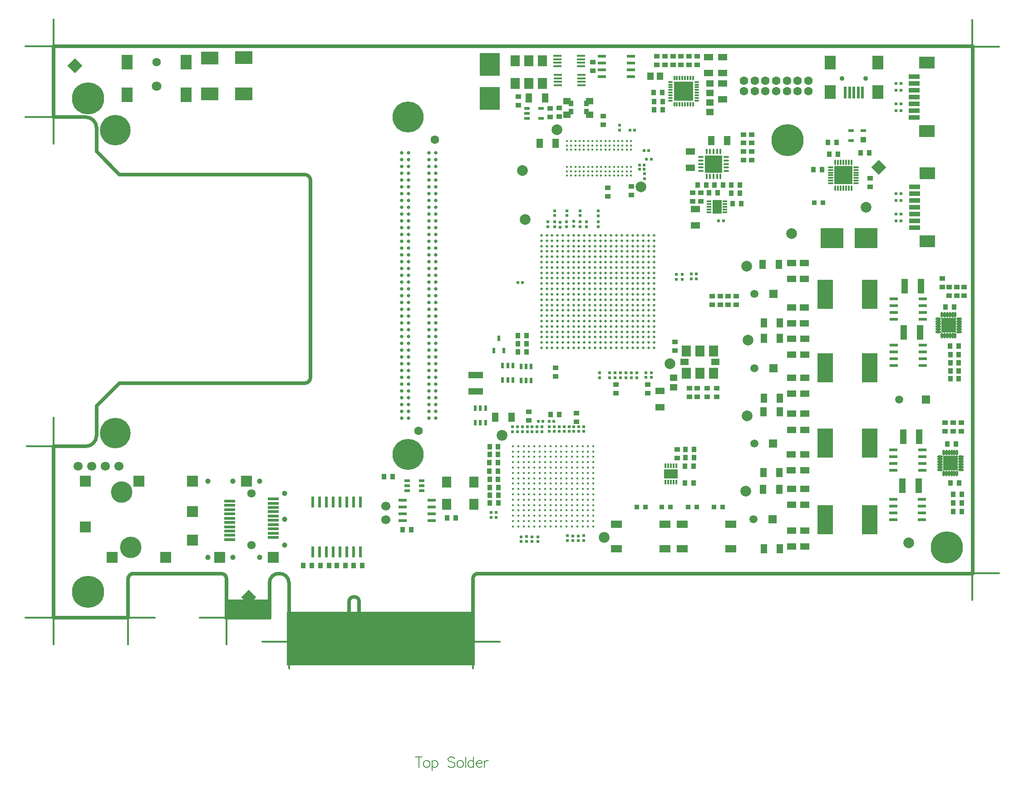
<source format=gts>
G04*
G04 #@! TF.GenerationSoftware,Altium Limited,Altium Designer,21.6.4 (81)*
G04*
G04 Layer_Color=8388736*
%FSLAX24Y24*%
%MOIN*%
G70*
G04*
G04 #@! TF.SameCoordinates,234E1FED-3D11-4DA7-9908-FD86555A94E8*
G04*
G04*
G04 #@! TF.FilePolarity,Negative*
G04*
G01*
G75*
%ADD10C,0.0070*%
%ADD11R,0.3430X0.1500*%
%ADD12R,1.3810X0.3937*%
%ADD13C,0.0250*%
%ADD14C,0.0120*%
%ADD15C,0.0787*%
%ADD16C,0.0197*%
%ADD17R,0.0394X0.0354*%
%ADD18R,0.0354X0.0394*%
%ADD19R,0.0394X0.0374*%
%ADD20R,0.0374X0.0394*%
%ADD21R,0.0571X0.0453*%
%ADD22R,0.0236X0.0394*%
%ADD23R,0.0236X0.0413*%
%ADD24R,0.0413X0.0236*%
%ADD25R,0.0244X0.0244*%
%ADD26R,0.0709X0.0453*%
%ADD27R,0.0453X0.0709*%
%ADD28R,0.0244X0.0244*%
%ADD29R,0.0236X0.0236*%
%ADD30R,0.0236X0.0236*%
%ADD31R,0.0591X0.0177*%
%ADD32R,0.0984X0.0689*%
%ADD33R,0.0118X0.0335*%
%ADD34P,0.1114X4X360.0*%
%ADD35R,0.0610X0.0236*%
%ADD36R,0.1059X0.1059*%
%ADD37O,0.0173X0.0409*%
%ADD38O,0.0409X0.0173*%
%ADD39R,0.1142X0.2126*%
%ADD40R,0.0453X0.0571*%
%ADD41R,0.0453X0.1063*%
%ADD42R,0.0354X0.0374*%
%ADD43R,0.0827X0.0551*%
%ADD44R,0.1063X0.0453*%
%ADD45R,0.0787X0.0354*%
%ADD46R,0.1260X0.0965*%
%ADD47R,0.1671X0.1500*%
%ADD48C,0.0795*%
%ADD49C,0.0177*%
%ADD50C,0.0157*%
%ADD51R,0.1500X0.1671*%
%ADD52R,0.0787X0.1063*%
%ADD53R,0.0709X0.0787*%
%ADD54R,0.0354X0.0433*%
%ADD55R,0.0608X0.0512*%
%ADD56R,0.0669X0.0846*%
%ADD57R,0.0531X0.0492*%
%ADD58R,0.0276X0.1575*%
%ADD59R,0.0276X0.1260*%
%ADD60O,0.0118X0.0413*%
%ADD61O,0.0413X0.0118*%
%ADD62R,0.1319X0.1319*%
%ADD63O,0.0354X0.0118*%
%ADD64O,0.0118X0.0354*%
%ADD65R,0.1398X0.1398*%
%ADD66R,0.1280X0.1280*%
%ADD67O,0.0138X0.0413*%
%ADD68O,0.0413X0.0138*%
%ADD69C,0.0252*%
%ADD70R,0.0236X0.0807*%
%ADD71R,0.0335X0.0118*%
%ADD72R,0.0689X0.0984*%
%ADD73R,0.0394X0.0236*%
%ADD74R,0.0394X0.0394*%
%ADD75R,0.0433X0.0236*%
%ADD76R,0.0787X0.0197*%
%ADD77R,0.0787X0.0984*%
%ADD78R,0.0197X0.0906*%
%ADD79C,0.1575*%
%ADD80C,0.2362*%
%ADD81C,0.0591*%
%ADD82R,0.0591X0.0591*%
%ADD83C,0.0787*%
%ADD84C,0.2244*%
%ADD85C,0.2283*%
%ADD86R,0.1181X0.0866*%
%ADD87C,0.0669*%
%ADD88C,0.0709*%
%ADD89C,0.0630*%
%ADD90C,0.0614*%
%ADD91C,0.0354*%
%ADD92C,0.0394*%
%ADD93R,0.0787X0.0787*%
D10*
X57250Y24750D02*
Y24000D01*
X57000Y24750D02*
X57500D01*
X57768Y24500D02*
X57696Y24464D01*
X57625Y24393D01*
X57589Y24285D01*
Y24214D01*
X57625Y24107D01*
X57696Y24035D01*
X57768Y24000D01*
X57875D01*
X57946Y24035D01*
X58018Y24107D01*
X58053Y24214D01*
Y24285D01*
X58018Y24393D01*
X57946Y24464D01*
X57875Y24500D01*
X57768D01*
X58218D02*
Y23750D01*
Y24393D02*
X58289Y24464D01*
X58360Y24500D01*
X58467D01*
X58539Y24464D01*
X58610Y24393D01*
X58646Y24285D01*
Y24214D01*
X58610Y24107D01*
X58539Y24035D01*
X58467Y24000D01*
X58360D01*
X58289Y24035D01*
X58218Y24107D01*
X59896Y24643D02*
X59824Y24714D01*
X59717Y24750D01*
X59574D01*
X59467Y24714D01*
X59396Y24643D01*
Y24571D01*
X59432Y24500D01*
X59467Y24464D01*
X59539Y24428D01*
X59753Y24357D01*
X59824Y24321D01*
X59860Y24285D01*
X59896Y24214D01*
Y24107D01*
X59824Y24035D01*
X59717Y24000D01*
X59574D01*
X59467Y24035D01*
X59396Y24107D01*
X60242Y24500D02*
X60171Y24464D01*
X60099Y24393D01*
X60064Y24285D01*
Y24214D01*
X60099Y24107D01*
X60171Y24035D01*
X60242Y24000D01*
X60349D01*
X60421Y24035D01*
X60492Y24107D01*
X60528Y24214D01*
Y24285D01*
X60492Y24393D01*
X60421Y24464D01*
X60349Y24500D01*
X60242D01*
X60692Y24750D02*
Y24000D01*
X61278Y24750D02*
Y24000D01*
Y24393D02*
X61206Y24464D01*
X61135Y24500D01*
X61028D01*
X60956Y24464D01*
X60885Y24393D01*
X60849Y24285D01*
Y24214D01*
X60885Y24107D01*
X60956Y24035D01*
X61028Y24000D01*
X61135D01*
X61206Y24035D01*
X61278Y24107D01*
X61478Y24285D02*
X61906D01*
Y24357D01*
X61870Y24428D01*
X61835Y24464D01*
X61763Y24500D01*
X61656D01*
X61585Y24464D01*
X61513Y24393D01*
X61478Y24285D01*
Y24214D01*
X61513Y24107D01*
X61585Y24035D01*
X61656Y24000D01*
X61763D01*
X61835Y24035D01*
X61906Y24107D01*
X62067Y24500D02*
Y24000D01*
Y24285D02*
X62102Y24393D01*
X62174Y24464D01*
X62245Y24500D01*
X62352D01*
X57250Y24750D02*
Y24000D01*
X57000Y24750D02*
X57500D01*
X57768Y24500D02*
X57696Y24464D01*
X57625Y24393D01*
X57589Y24286D01*
Y24214D01*
X57625Y24107D01*
X57696Y24036D01*
X57768Y24000D01*
X57875D01*
X57946Y24036D01*
X58018Y24107D01*
X58053Y24214D01*
Y24286D01*
X58018Y24393D01*
X57946Y24464D01*
X57875Y24500D01*
X57768D01*
X58218D02*
Y23750D01*
Y24393D02*
X58289Y24464D01*
X58360Y24500D01*
X58468D01*
X58539Y24464D01*
X58610Y24393D01*
X58646Y24286D01*
Y24214D01*
X58610Y24107D01*
X58539Y24036D01*
X58468Y24000D01*
X58360D01*
X58289Y24036D01*
X58218Y24107D01*
X59896Y24643D02*
X59824Y24714D01*
X59717Y24750D01*
X59574D01*
X59467Y24714D01*
X59396Y24643D01*
Y24571D01*
X59432Y24500D01*
X59467Y24464D01*
X59539Y24428D01*
X59753Y24357D01*
X59824Y24321D01*
X59860Y24286D01*
X59896Y24214D01*
Y24107D01*
X59824Y24036D01*
X59717Y24000D01*
X59574D01*
X59467Y24036D01*
X59396Y24107D01*
X60242Y24500D02*
X60171Y24464D01*
X60099Y24393D01*
X60064Y24286D01*
Y24214D01*
X60099Y24107D01*
X60171Y24036D01*
X60242Y24000D01*
X60349D01*
X60421Y24036D01*
X60492Y24107D01*
X60528Y24214D01*
Y24286D01*
X60492Y24393D01*
X60421Y24464D01*
X60349Y24500D01*
X60242D01*
X60692Y24750D02*
Y24000D01*
X61278Y24750D02*
Y24000D01*
Y24393D02*
X61206Y24464D01*
X61135Y24500D01*
X61028D01*
X60956Y24464D01*
X60885Y24393D01*
X60849Y24286D01*
Y24214D01*
X60885Y24107D01*
X60956Y24036D01*
X61028Y24000D01*
X61135D01*
X61206Y24036D01*
X61278Y24107D01*
X61478Y24286D02*
X61906D01*
Y24357D01*
X61870Y24428D01*
X61835Y24464D01*
X61763Y24500D01*
X61656D01*
X61585Y24464D01*
X61513Y24393D01*
X61478Y24286D01*
Y24214D01*
X61513Y24107D01*
X61585Y24036D01*
X61656Y24000D01*
X61763D01*
X61835Y24036D01*
X61906Y24107D01*
X62067Y24500D02*
Y24000D01*
Y24286D02*
X62102Y24393D01*
X62174Y24464D01*
X62245Y24500D01*
X62352D01*
D11*
X44708Y35608D02*
D03*
D12*
X54478Y33465D02*
D03*
D13*
X61614Y38248D02*
G03*
X61220Y37854I0J-394D01*
G01*
X43130D02*
G03*
X42736Y38248I-394J0D01*
G01*
X36299D02*
G03*
X35905Y37854I0J-394D01*
G01*
X48898Y52244D02*
G03*
X49291Y52638I0J394D01*
G01*
Y67165D02*
G03*
X48898Y67559I-394J0D01*
G01*
X32795Y47598D02*
G03*
X33583Y48386I0J787D01*
G01*
Y71004D02*
G03*
X32795Y71791I-787J0D01*
G01*
X47716Y37529D02*
G03*
X46279Y37529I-719J0D01*
G01*
X52874Y36161D02*
G03*
X52126Y36161I-374J0D01*
G01*
X33583Y48386D02*
Y50551D01*
X35276Y52244D01*
X48898D01*
X35276Y67559D02*
X48898D01*
X61614Y38248D02*
X97904D01*
X61220Y33425D02*
Y37854D01*
X43130Y35000D02*
Y37854D01*
X36299Y38248D02*
X42736D01*
X35905Y35000D02*
Y37854D01*
X49291Y52638D02*
Y67165D01*
X33583Y69252D02*
X35276Y67559D01*
X33583Y69252D02*
Y71004D01*
X30433Y71791D02*
Y76988D01*
X97913D01*
X30433Y35000D02*
Y47598D01*
X32795D01*
X30433Y71791D02*
X32795D01*
X52126Y33425D02*
Y36161D01*
X43130Y35000D02*
X46279D01*
Y37529D01*
X47716Y33425D02*
Y37529D01*
Y33425D02*
X47913Y33228D01*
X51929D01*
X52126Y33425D01*
X52874D02*
Y36161D01*
Y33425D02*
X53071Y33228D01*
X53071Y33228D02*
X61024D01*
X61220Y33425D01*
X97913Y38248D02*
Y76988D01*
X30433Y35000D02*
X35905D01*
D14*
X46929Y52244D02*
X48898D01*
X49291Y52638D02*
Y54606D01*
Y65197D02*
Y67165D01*
X46811Y67559D02*
X48898D01*
X30433Y69823D02*
Y71791D01*
X28346D02*
X30433D01*
X28465Y47598D02*
X30433D01*
Y49685D01*
X35905Y35000D02*
X37874D01*
X35905Y33031D02*
Y35000D01*
X97884Y36284D02*
Y38253D01*
X61220Y33229D02*
X63189D01*
X61220Y31260D02*
Y33229D01*
X47716Y31260D02*
Y33228D01*
X28346Y76988D02*
X30433D01*
Y78956D01*
X97898Y76954D02*
Y78923D01*
Y76954D02*
X99866D01*
X43130Y33031D02*
Y35000D01*
X41161D02*
X43130D01*
X45748Y33228D02*
X47716D01*
X97884Y38253D02*
X99852D01*
X28346Y35000D02*
X30433D01*
Y33031D02*
Y35000D01*
D15*
X65071Y64280D02*
D03*
X75701Y53650D02*
D03*
X73569Y66653D02*
D03*
X67388Y70866D02*
D03*
D16*
X66252Y54831D02*
D03*
Y55224D02*
D03*
Y55618D02*
D03*
Y56012D02*
D03*
Y56406D02*
D03*
Y56799D02*
D03*
Y57193D02*
D03*
Y57587D02*
D03*
Y57980D02*
D03*
Y58374D02*
D03*
Y58768D02*
D03*
Y59162D02*
D03*
Y59555D02*
D03*
Y59949D02*
D03*
Y60343D02*
D03*
Y60736D02*
D03*
Y61130D02*
D03*
Y61524D02*
D03*
Y61917D02*
D03*
Y62311D02*
D03*
Y62705D02*
D03*
Y63099D02*
D03*
X66646Y54831D02*
D03*
Y55224D02*
D03*
Y55618D02*
D03*
Y56012D02*
D03*
Y56406D02*
D03*
Y56799D02*
D03*
Y57193D02*
D03*
Y57587D02*
D03*
Y57980D02*
D03*
Y58374D02*
D03*
Y58768D02*
D03*
Y59162D02*
D03*
Y59555D02*
D03*
Y59949D02*
D03*
Y60343D02*
D03*
Y60736D02*
D03*
Y61130D02*
D03*
Y61524D02*
D03*
Y61917D02*
D03*
Y62311D02*
D03*
Y62705D02*
D03*
Y63099D02*
D03*
X67039Y54831D02*
D03*
Y55224D02*
D03*
Y55618D02*
D03*
Y56012D02*
D03*
Y56406D02*
D03*
Y56799D02*
D03*
Y57193D02*
D03*
Y57587D02*
D03*
Y57980D02*
D03*
Y58374D02*
D03*
Y58768D02*
D03*
Y59162D02*
D03*
Y59555D02*
D03*
Y59949D02*
D03*
Y60343D02*
D03*
Y60736D02*
D03*
Y61130D02*
D03*
Y61524D02*
D03*
Y61917D02*
D03*
Y62311D02*
D03*
Y62705D02*
D03*
Y63099D02*
D03*
X67433Y54831D02*
D03*
Y55224D02*
D03*
Y55618D02*
D03*
Y56012D02*
D03*
Y56406D02*
D03*
Y56799D02*
D03*
Y57193D02*
D03*
Y57587D02*
D03*
Y57980D02*
D03*
Y58374D02*
D03*
Y58768D02*
D03*
Y59162D02*
D03*
Y59555D02*
D03*
Y59949D02*
D03*
Y60343D02*
D03*
Y60736D02*
D03*
Y61130D02*
D03*
Y61524D02*
D03*
Y61917D02*
D03*
Y62311D02*
D03*
Y62705D02*
D03*
Y63099D02*
D03*
X67827Y54831D02*
D03*
Y55224D02*
D03*
Y55618D02*
D03*
Y56012D02*
D03*
Y56406D02*
D03*
Y56799D02*
D03*
Y57193D02*
D03*
Y57587D02*
D03*
Y57980D02*
D03*
Y58374D02*
D03*
Y58768D02*
D03*
Y59162D02*
D03*
Y59555D02*
D03*
Y59949D02*
D03*
Y60343D02*
D03*
Y60736D02*
D03*
Y61130D02*
D03*
Y61524D02*
D03*
Y61917D02*
D03*
Y62311D02*
D03*
Y62705D02*
D03*
Y63099D02*
D03*
X68220Y54831D02*
D03*
Y55224D02*
D03*
Y55618D02*
D03*
Y56012D02*
D03*
Y56406D02*
D03*
Y56799D02*
D03*
Y57193D02*
D03*
Y57587D02*
D03*
Y57980D02*
D03*
Y58374D02*
D03*
Y58768D02*
D03*
Y59162D02*
D03*
Y59555D02*
D03*
Y59949D02*
D03*
Y60343D02*
D03*
Y60736D02*
D03*
Y61130D02*
D03*
Y61524D02*
D03*
Y61917D02*
D03*
Y62311D02*
D03*
Y62705D02*
D03*
Y63099D02*
D03*
X68614Y54831D02*
D03*
Y55224D02*
D03*
Y55618D02*
D03*
Y56012D02*
D03*
Y56406D02*
D03*
Y56799D02*
D03*
Y57193D02*
D03*
Y57587D02*
D03*
Y57980D02*
D03*
Y58374D02*
D03*
Y58768D02*
D03*
Y59162D02*
D03*
Y59555D02*
D03*
Y59949D02*
D03*
Y60343D02*
D03*
Y60736D02*
D03*
Y61130D02*
D03*
Y61524D02*
D03*
Y61917D02*
D03*
Y62311D02*
D03*
Y62705D02*
D03*
Y63099D02*
D03*
X69008Y54831D02*
D03*
Y55224D02*
D03*
Y55618D02*
D03*
Y56012D02*
D03*
Y56406D02*
D03*
Y56799D02*
D03*
Y57193D02*
D03*
Y57587D02*
D03*
Y57980D02*
D03*
Y58374D02*
D03*
Y58768D02*
D03*
Y59162D02*
D03*
Y59555D02*
D03*
Y59949D02*
D03*
Y60343D02*
D03*
Y60736D02*
D03*
Y61130D02*
D03*
Y61524D02*
D03*
Y61917D02*
D03*
Y62311D02*
D03*
Y62705D02*
D03*
Y63099D02*
D03*
X69401Y54831D02*
D03*
Y55224D02*
D03*
Y55618D02*
D03*
Y56012D02*
D03*
Y56406D02*
D03*
Y56799D02*
D03*
Y57193D02*
D03*
Y57587D02*
D03*
Y57980D02*
D03*
Y58374D02*
D03*
Y58768D02*
D03*
Y59162D02*
D03*
Y59555D02*
D03*
Y59949D02*
D03*
Y60343D02*
D03*
Y60736D02*
D03*
Y61130D02*
D03*
Y61524D02*
D03*
Y61917D02*
D03*
Y62311D02*
D03*
Y62705D02*
D03*
Y63099D02*
D03*
X69795Y54831D02*
D03*
Y55224D02*
D03*
Y55618D02*
D03*
Y56012D02*
D03*
Y56406D02*
D03*
Y56799D02*
D03*
Y57193D02*
D03*
Y57587D02*
D03*
Y57980D02*
D03*
Y58374D02*
D03*
Y58768D02*
D03*
Y59162D02*
D03*
Y59555D02*
D03*
Y59949D02*
D03*
Y60343D02*
D03*
Y60736D02*
D03*
Y61130D02*
D03*
Y61524D02*
D03*
Y61917D02*
D03*
Y62311D02*
D03*
Y62705D02*
D03*
Y63099D02*
D03*
X70189Y54831D02*
D03*
Y55224D02*
D03*
Y55618D02*
D03*
Y56012D02*
D03*
Y56406D02*
D03*
Y56799D02*
D03*
Y57193D02*
D03*
Y57587D02*
D03*
Y57980D02*
D03*
Y58374D02*
D03*
Y58768D02*
D03*
Y59162D02*
D03*
Y59555D02*
D03*
Y59949D02*
D03*
Y60343D02*
D03*
Y60736D02*
D03*
Y61130D02*
D03*
Y61524D02*
D03*
Y61917D02*
D03*
Y62311D02*
D03*
Y62705D02*
D03*
Y63099D02*
D03*
X70583Y54831D02*
D03*
Y55224D02*
D03*
Y55618D02*
D03*
Y56012D02*
D03*
Y56406D02*
D03*
Y56799D02*
D03*
Y57193D02*
D03*
Y57587D02*
D03*
Y57980D02*
D03*
Y58374D02*
D03*
Y58768D02*
D03*
Y59162D02*
D03*
Y59555D02*
D03*
Y59949D02*
D03*
Y60343D02*
D03*
Y60736D02*
D03*
Y61130D02*
D03*
Y61524D02*
D03*
Y61917D02*
D03*
Y62311D02*
D03*
Y62705D02*
D03*
Y63099D02*
D03*
X70976Y54831D02*
D03*
Y55224D02*
D03*
Y55618D02*
D03*
Y56012D02*
D03*
Y56406D02*
D03*
Y56799D02*
D03*
Y57193D02*
D03*
Y57587D02*
D03*
Y57980D02*
D03*
Y58374D02*
D03*
Y58768D02*
D03*
Y59162D02*
D03*
Y59555D02*
D03*
Y59949D02*
D03*
Y60343D02*
D03*
Y60736D02*
D03*
Y61130D02*
D03*
Y61524D02*
D03*
Y61917D02*
D03*
Y62311D02*
D03*
Y62705D02*
D03*
Y63099D02*
D03*
X71370Y54831D02*
D03*
Y55224D02*
D03*
Y55618D02*
D03*
Y56012D02*
D03*
Y56406D02*
D03*
Y56799D02*
D03*
Y57193D02*
D03*
Y57587D02*
D03*
Y57980D02*
D03*
Y58374D02*
D03*
Y58768D02*
D03*
Y59162D02*
D03*
Y59555D02*
D03*
Y59949D02*
D03*
Y60343D02*
D03*
Y60736D02*
D03*
Y61130D02*
D03*
Y61524D02*
D03*
Y61917D02*
D03*
Y62311D02*
D03*
Y62705D02*
D03*
Y63099D02*
D03*
X71764Y54831D02*
D03*
Y55224D02*
D03*
Y55618D02*
D03*
Y56012D02*
D03*
Y56406D02*
D03*
Y56799D02*
D03*
Y57193D02*
D03*
Y57587D02*
D03*
Y57980D02*
D03*
Y58374D02*
D03*
Y58768D02*
D03*
Y59162D02*
D03*
Y59555D02*
D03*
Y59949D02*
D03*
Y60343D02*
D03*
Y60736D02*
D03*
Y61130D02*
D03*
Y61524D02*
D03*
Y61917D02*
D03*
Y62311D02*
D03*
Y62705D02*
D03*
Y63099D02*
D03*
X72157Y54831D02*
D03*
Y55224D02*
D03*
Y55618D02*
D03*
Y56012D02*
D03*
Y56406D02*
D03*
Y56799D02*
D03*
Y57193D02*
D03*
Y57587D02*
D03*
Y57980D02*
D03*
Y58374D02*
D03*
Y58768D02*
D03*
Y59162D02*
D03*
Y59555D02*
D03*
Y59949D02*
D03*
Y60343D02*
D03*
Y60736D02*
D03*
Y61130D02*
D03*
Y61524D02*
D03*
Y61917D02*
D03*
Y62311D02*
D03*
Y62705D02*
D03*
Y63099D02*
D03*
X72551Y54831D02*
D03*
Y55224D02*
D03*
Y55618D02*
D03*
Y56012D02*
D03*
Y56406D02*
D03*
Y56799D02*
D03*
Y57193D02*
D03*
Y57587D02*
D03*
Y57980D02*
D03*
Y58374D02*
D03*
Y58768D02*
D03*
Y59162D02*
D03*
Y59555D02*
D03*
Y59949D02*
D03*
Y60343D02*
D03*
Y60736D02*
D03*
Y61130D02*
D03*
Y61524D02*
D03*
Y61917D02*
D03*
Y62311D02*
D03*
Y62705D02*
D03*
Y63099D02*
D03*
X72945Y54831D02*
D03*
Y55224D02*
D03*
Y55618D02*
D03*
Y56012D02*
D03*
Y56406D02*
D03*
Y56799D02*
D03*
Y57193D02*
D03*
Y57587D02*
D03*
Y57980D02*
D03*
Y58374D02*
D03*
Y58768D02*
D03*
Y59162D02*
D03*
Y59555D02*
D03*
Y59949D02*
D03*
Y60343D02*
D03*
Y60736D02*
D03*
Y61130D02*
D03*
Y61524D02*
D03*
Y61917D02*
D03*
Y62311D02*
D03*
Y62705D02*
D03*
Y63099D02*
D03*
X73338Y54831D02*
D03*
Y55224D02*
D03*
Y55618D02*
D03*
Y56012D02*
D03*
Y56406D02*
D03*
Y56799D02*
D03*
Y57193D02*
D03*
Y57587D02*
D03*
Y57980D02*
D03*
Y58374D02*
D03*
Y58768D02*
D03*
Y59162D02*
D03*
Y59555D02*
D03*
Y59949D02*
D03*
Y60343D02*
D03*
Y60736D02*
D03*
Y61130D02*
D03*
Y61524D02*
D03*
Y61917D02*
D03*
Y62311D02*
D03*
Y62705D02*
D03*
Y63099D02*
D03*
X73732Y54831D02*
D03*
Y55224D02*
D03*
Y55618D02*
D03*
Y56012D02*
D03*
Y56406D02*
D03*
Y56799D02*
D03*
Y57193D02*
D03*
Y57587D02*
D03*
Y57980D02*
D03*
Y58374D02*
D03*
Y58768D02*
D03*
Y59162D02*
D03*
Y59555D02*
D03*
Y59949D02*
D03*
Y60343D02*
D03*
Y60736D02*
D03*
Y61130D02*
D03*
Y61524D02*
D03*
Y61917D02*
D03*
Y62311D02*
D03*
Y62705D02*
D03*
Y63099D02*
D03*
X74126Y54831D02*
D03*
Y55224D02*
D03*
Y55618D02*
D03*
Y56012D02*
D03*
Y56406D02*
D03*
Y56799D02*
D03*
Y57193D02*
D03*
Y57587D02*
D03*
Y57980D02*
D03*
Y58374D02*
D03*
Y58768D02*
D03*
Y59162D02*
D03*
Y59555D02*
D03*
Y59949D02*
D03*
Y60343D02*
D03*
Y60736D02*
D03*
Y61130D02*
D03*
Y61524D02*
D03*
Y61917D02*
D03*
Y62311D02*
D03*
Y62705D02*
D03*
Y63099D02*
D03*
X74520Y54831D02*
D03*
Y55224D02*
D03*
Y55618D02*
D03*
Y56012D02*
D03*
Y56406D02*
D03*
Y56799D02*
D03*
Y57193D02*
D03*
Y57587D02*
D03*
Y57980D02*
D03*
Y58374D02*
D03*
Y58768D02*
D03*
Y59162D02*
D03*
Y59555D02*
D03*
Y59949D02*
D03*
Y60343D02*
D03*
Y60736D02*
D03*
Y61130D02*
D03*
Y61524D02*
D03*
Y61917D02*
D03*
Y62311D02*
D03*
Y62705D02*
D03*
Y63099D02*
D03*
D17*
X97303Y58671D02*
D03*
Y59301D02*
D03*
X96496Y49321D02*
D03*
Y48691D02*
D03*
X96211Y59301D02*
D03*
Y58671D02*
D03*
X81683Y68622D02*
D03*
Y69252D02*
D03*
X90403Y67300D02*
D03*
Y66670D02*
D03*
X67293Y53373D02*
D03*
Y52743D02*
D03*
X81683Y70513D02*
D03*
Y69883D02*
D03*
X71113Y66593D02*
D03*
Y65963D02*
D03*
X80563Y58013D02*
D03*
Y58643D02*
D03*
X97110Y49321D02*
D03*
Y48691D02*
D03*
X74732Y75641D02*
D03*
Y76271D02*
D03*
X78793Y58013D02*
D03*
Y58643D02*
D03*
X79383Y58013D02*
D03*
Y58643D02*
D03*
X79973Y58013D02*
D03*
Y58643D02*
D03*
X77963Y66233D02*
D03*
Y65603D02*
D03*
X77363Y66233D02*
D03*
Y65603D02*
D03*
X70803Y71873D02*
D03*
Y71243D02*
D03*
X72849Y66070D02*
D03*
Y66700D02*
D03*
X95896Y48691D02*
D03*
Y49321D02*
D03*
X76223Y46733D02*
D03*
Y47363D02*
D03*
X81083Y70513D02*
D03*
Y69883D02*
D03*
X81083Y69253D02*
D03*
Y68623D02*
D03*
X96762Y59301D02*
D03*
Y58671D02*
D03*
X95699Y59301D02*
D03*
Y59931D02*
D03*
X76504Y75641D02*
D03*
Y76271D02*
D03*
X75913Y75641D02*
D03*
Y76271D02*
D03*
X75323Y75641D02*
D03*
Y76271D02*
D03*
X77685Y75641D02*
D03*
Y76271D02*
D03*
X77094Y75641D02*
D03*
Y76271D02*
D03*
X78413Y51873D02*
D03*
Y51243D02*
D03*
X77143D02*
D03*
Y51873D02*
D03*
X79134Y51243D02*
D03*
Y51873D02*
D03*
D18*
X96486Y43435D02*
D03*
X97116D02*
D03*
X96280Y52549D02*
D03*
X96909D02*
D03*
Y53130D02*
D03*
X96280D02*
D03*
X64538Y55138D02*
D03*
X65168D02*
D03*
X90338Y69158D02*
D03*
X89708D02*
D03*
X86868Y67918D02*
D03*
X86238D02*
D03*
X65168Y54548D02*
D03*
X64538D02*
D03*
X63088Y43418D02*
D03*
X62458D02*
D03*
X51242Y38832D02*
D03*
X51872D02*
D03*
X63098Y43998D02*
D03*
X62468D02*
D03*
X67545Y49940D02*
D03*
X66915D02*
D03*
X53092Y38822D02*
D03*
X52462D02*
D03*
X97116Y44075D02*
D03*
X96486D02*
D03*
X64538Y55718D02*
D03*
X65168D02*
D03*
X62448Y45178D02*
D03*
X63078D02*
D03*
X97126Y42785D02*
D03*
X96496D02*
D03*
X79608Y66798D02*
D03*
X78978D02*
D03*
X80938Y65448D02*
D03*
X80308D02*
D03*
X62438Y46408D02*
D03*
X63068D02*
D03*
X62448Y46988D02*
D03*
X63078D02*
D03*
X62448Y47578D02*
D03*
X63078D02*
D03*
X76798Y46138D02*
D03*
X77428D02*
D03*
X96909Y53730D02*
D03*
X96280D02*
D03*
X62458Y44578D02*
D03*
X63088D02*
D03*
X62438Y45778D02*
D03*
X63068D02*
D03*
X96280Y54321D02*
D03*
X96909D02*
D03*
X75155Y72934D02*
D03*
X74525D02*
D03*
X75158Y72338D02*
D03*
X74528D02*
D03*
X55318Y45378D02*
D03*
X54688D02*
D03*
D19*
X67550Y72450D02*
D03*
Y71820D02*
D03*
X66903Y71813D02*
D03*
Y72443D02*
D03*
X76053Y54623D02*
D03*
Y55253D02*
D03*
X64563Y73303D02*
D03*
Y72673D02*
D03*
X71717Y51513D02*
D03*
Y52143D02*
D03*
X74068Y52126D02*
D03*
Y51497D02*
D03*
X68814Y50037D02*
D03*
Y49407D02*
D03*
X65330Y49515D02*
D03*
Y50145D02*
D03*
X70013Y75833D02*
D03*
Y75203D02*
D03*
X77703Y51233D02*
D03*
Y51863D02*
D03*
D20*
X76808Y44908D02*
D03*
X77438D02*
D03*
X77458Y47368D02*
D03*
X76828D02*
D03*
X87283Y69928D02*
D03*
X87913D02*
D03*
X50662Y38832D02*
D03*
X50032D02*
D03*
X48772Y38822D02*
D03*
X49402D02*
D03*
X59318Y42338D02*
D03*
X59948D02*
D03*
X96295Y44885D02*
D03*
X96925D02*
D03*
X74505Y73604D02*
D03*
X75135D02*
D03*
X77448Y46758D02*
D03*
X76818D02*
D03*
X79208Y66218D02*
D03*
X78578D02*
D03*
X56708Y41458D02*
D03*
X56078D02*
D03*
X78368Y66798D02*
D03*
X77738D02*
D03*
X80198D02*
D03*
X80828D02*
D03*
X87408Y69068D02*
D03*
X88038D02*
D03*
X80188Y66208D02*
D03*
X80818D02*
D03*
X96695Y47765D02*
D03*
X96065D02*
D03*
X96550Y57822D02*
D03*
X95920D02*
D03*
X96905Y54960D02*
D03*
X96275D02*
D03*
D21*
X75963Y51924D02*
D03*
Y52632D02*
D03*
X78633Y72872D02*
D03*
Y72164D02*
D03*
Y73554D02*
D03*
Y74262D02*
D03*
D22*
X62759Y54625D02*
D03*
X63507D02*
D03*
X63133Y55531D02*
D03*
D23*
X64749Y53479D02*
D03*
X65123D02*
D03*
X65497D02*
D03*
Y52417D02*
D03*
X65123D02*
D03*
X64749D02*
D03*
X64157Y52467D02*
D03*
X63783D02*
D03*
X63409D02*
D03*
Y53530D02*
D03*
X63783D02*
D03*
X64157D02*
D03*
X62147Y49346D02*
D03*
X61773D02*
D03*
X61399D02*
D03*
Y50409D02*
D03*
X61773D02*
D03*
X62147D02*
D03*
D24*
X56411Y44334D02*
D03*
Y44708D02*
D03*
Y45082D02*
D03*
X57474D02*
D03*
Y44708D02*
D03*
Y44334D02*
D03*
D25*
X64870Y59638D02*
D03*
X64516D02*
D03*
X92660Y72278D02*
D03*
X92306D02*
D03*
X92660Y72778D02*
D03*
X92306D02*
D03*
X92660Y73768D02*
D03*
X92306D02*
D03*
X92660Y74278D02*
D03*
X92306D02*
D03*
X79620Y64158D02*
D03*
X79266D02*
D03*
X74136Y69339D02*
D03*
X73781D02*
D03*
X73102Y70835D02*
D03*
X72748D02*
D03*
X62918Y42370D02*
D03*
X62564D02*
D03*
X62918Y42744D02*
D03*
X62564D02*
D03*
X92306Y64178D02*
D03*
X92660D02*
D03*
X92306Y66178D02*
D03*
X92660D02*
D03*
X92306Y64678D02*
D03*
X92660D02*
D03*
X92306Y65668D02*
D03*
X92660D02*
D03*
D26*
X84643Y51457D02*
D03*
Y52639D02*
D03*
X85583Y45827D02*
D03*
Y47009D02*
D03*
X84623Y44469D02*
D03*
Y43287D02*
D03*
X85593Y44469D02*
D03*
Y43287D02*
D03*
X84633Y40217D02*
D03*
Y41399D02*
D03*
X84603Y45827D02*
D03*
Y47009D02*
D03*
X74970Y51651D02*
D03*
Y50469D02*
D03*
X77553Y63837D02*
D03*
Y65019D02*
D03*
X84643Y55509D02*
D03*
Y54327D02*
D03*
X85593Y40227D02*
D03*
Y41409D02*
D03*
X78513Y76209D02*
D03*
Y75027D02*
D03*
X79553Y73087D02*
D03*
Y74269D02*
D03*
X85583Y48807D02*
D03*
Y49989D02*
D03*
Y51457D02*
D03*
Y52639D02*
D03*
X84643Y49989D02*
D03*
Y48807D02*
D03*
X85583Y54327D02*
D03*
Y55509D02*
D03*
X79553Y76209D02*
D03*
Y75027D02*
D03*
X85563Y61069D02*
D03*
Y59887D02*
D03*
X84633Y56617D02*
D03*
Y57799D02*
D03*
Y61069D02*
D03*
Y59887D02*
D03*
X85573Y56617D02*
D03*
Y57799D02*
D03*
X77183Y69259D02*
D03*
Y68077D02*
D03*
D27*
X82592Y51148D02*
D03*
X83774D02*
D03*
X82582Y55528D02*
D03*
X83764D02*
D03*
X66514Y73188D02*
D03*
X65332D02*
D03*
X82572Y50128D02*
D03*
X83754D02*
D03*
X62869Y49722D02*
D03*
X64050D02*
D03*
X66114Y69870D02*
D03*
X67295D02*
D03*
X82542Y44438D02*
D03*
X83724D02*
D03*
X83764Y56668D02*
D03*
X82582D02*
D03*
X82592Y40058D02*
D03*
X83774D02*
D03*
X82552Y45658D02*
D03*
X83734D02*
D03*
X82502Y60958D02*
D03*
X83684D02*
D03*
X79894Y70068D02*
D03*
X78712D02*
D03*
D28*
X76163Y60235D02*
D03*
Y59881D02*
D03*
X77253Y59901D02*
D03*
Y60255D02*
D03*
X77643Y59901D02*
D03*
Y60255D02*
D03*
X68142Y64910D02*
D03*
Y64555D02*
D03*
X70425Y64890D02*
D03*
Y64536D02*
D03*
X73831Y67282D02*
D03*
Y67636D02*
D03*
X69086Y64910D02*
D03*
Y64555D02*
D03*
X68960Y41014D02*
D03*
Y40660D02*
D03*
X69353Y41025D02*
D03*
Y40671D02*
D03*
X68563Y41015D02*
D03*
Y40661D02*
D03*
X68160Y41017D02*
D03*
Y40663D02*
D03*
X65570Y40947D02*
D03*
Y40593D02*
D03*
X65980Y40947D02*
D03*
Y40593D02*
D03*
X65160Y40957D02*
D03*
Y40603D02*
D03*
X64760Y40947D02*
D03*
Y40593D02*
D03*
X67236Y64910D02*
D03*
Y64555D02*
D03*
X71990Y71199D02*
D03*
Y70845D02*
D03*
X76593Y60225D02*
D03*
Y59871D02*
D03*
D29*
X64140Y49029D02*
D03*
Y48675D02*
D03*
X64857D02*
D03*
Y49029D02*
D03*
X65932Y48675D02*
D03*
Y49029D02*
D03*
X66290Y48675D02*
D03*
Y49029D02*
D03*
X67201Y48683D02*
D03*
Y49037D02*
D03*
X67561Y48683D02*
D03*
Y49037D02*
D03*
X68283Y48683D02*
D03*
Y49037D02*
D03*
X69004Y48683D02*
D03*
Y49037D02*
D03*
X64498Y48675D02*
D03*
Y49029D02*
D03*
X65215Y48675D02*
D03*
Y49029D02*
D03*
X65573Y48675D02*
D03*
Y49029D02*
D03*
X73922Y53005D02*
D03*
Y52651D02*
D03*
X67922Y48683D02*
D03*
Y49037D02*
D03*
X68643Y48683D02*
D03*
Y49037D02*
D03*
X69365Y48683D02*
D03*
Y49037D02*
D03*
X66840Y48683D02*
D03*
Y49037D02*
D03*
X72865Y52988D02*
D03*
Y52633D02*
D03*
X72465Y52988D02*
D03*
Y52633D02*
D03*
X73264Y52988D02*
D03*
Y52633D02*
D03*
X72065Y52988D02*
D03*
Y52633D02*
D03*
X70543Y52985D02*
D03*
Y52631D02*
D03*
X71666Y52988D02*
D03*
Y52633D02*
D03*
X71266Y52985D02*
D03*
Y52631D02*
D03*
X74322Y53005D02*
D03*
Y52651D02*
D03*
X67630Y63709D02*
D03*
Y64063D02*
D03*
X68614Y63768D02*
D03*
Y64122D02*
D03*
X67236Y63748D02*
D03*
Y64102D02*
D03*
X70425Y63748D02*
D03*
Y64102D02*
D03*
X69086Y63748D02*
D03*
Y64102D02*
D03*
X68102Y63748D02*
D03*
Y64102D02*
D03*
X66724Y63748D02*
D03*
Y64102D02*
D03*
X69559Y63748D02*
D03*
Y64102D02*
D03*
D30*
X66813Y49420D02*
D03*
X67167D02*
D03*
X66377D02*
D03*
X66023D02*
D03*
X73457Y67951D02*
D03*
X73811D02*
D03*
X73966Y68708D02*
D03*
X74320D02*
D03*
X73447Y68276D02*
D03*
X73801D02*
D03*
D31*
X67427Y76296D02*
D03*
Y76040D02*
D03*
Y75784D02*
D03*
Y75528D02*
D03*
X69159D02*
D03*
Y75784D02*
D03*
Y76040D02*
D03*
Y76296D02*
D03*
X67457Y74896D02*
D03*
Y74640D02*
D03*
Y74384D02*
D03*
Y74128D02*
D03*
X69189D02*
D03*
Y74384D02*
D03*
Y74640D02*
D03*
Y74896D02*
D03*
D32*
X75767Y45570D02*
D03*
D33*
X76161Y44979D02*
D03*
X75964D02*
D03*
X75767D02*
D03*
X75570D02*
D03*
X75373D02*
D03*
Y46160D02*
D03*
X75570D02*
D03*
X75767D02*
D03*
X75964D02*
D03*
X76161D02*
D03*
D34*
X32003Y75558D02*
D03*
X44750Y36500D02*
D03*
X91033Y68088D02*
D03*
D35*
X72836Y74778D02*
D03*
Y75278D02*
D03*
Y75778D02*
D03*
Y76278D02*
D03*
X70710Y74778D02*
D03*
Y75278D02*
D03*
Y75778D02*
D03*
Y76278D02*
D03*
X94206Y42208D02*
D03*
Y42708D02*
D03*
Y43208D02*
D03*
Y43708D02*
D03*
X92080Y42208D02*
D03*
Y42708D02*
D03*
Y43208D02*
D03*
Y43708D02*
D03*
X94216Y45818D02*
D03*
Y46318D02*
D03*
Y46818D02*
D03*
Y47318D02*
D03*
X92090Y45818D02*
D03*
Y46318D02*
D03*
Y46818D02*
D03*
Y47318D02*
D03*
X94262Y53528D02*
D03*
Y54028D02*
D03*
Y54528D02*
D03*
Y55028D02*
D03*
X92136Y53528D02*
D03*
Y54028D02*
D03*
Y54528D02*
D03*
Y55028D02*
D03*
X94262Y56916D02*
D03*
Y57416D02*
D03*
Y57916D02*
D03*
Y58416D02*
D03*
X92136Y56916D02*
D03*
Y57416D02*
D03*
Y57916D02*
D03*
Y58416D02*
D03*
X58196Y42118D02*
D03*
Y42618D02*
D03*
Y43118D02*
D03*
Y43618D02*
D03*
X56070Y42118D02*
D03*
Y42618D02*
D03*
Y43118D02*
D03*
Y43618D02*
D03*
D36*
X96152Y56485D02*
D03*
X96283Y46353D02*
D03*
D37*
X96644Y55717D02*
D03*
X96447D02*
D03*
X96250D02*
D03*
X96053D02*
D03*
X95856D02*
D03*
X95660D02*
D03*
Y57253D02*
D03*
X95856D02*
D03*
X96053D02*
D03*
X96250D02*
D03*
X96447D02*
D03*
X96644D02*
D03*
X96775Y47121D02*
D03*
X96578D02*
D03*
X96381D02*
D03*
X96185D02*
D03*
X95988D02*
D03*
X95791D02*
D03*
Y45586D02*
D03*
X95988D02*
D03*
X96185D02*
D03*
X96381D02*
D03*
X96578D02*
D03*
X96775D02*
D03*
D38*
X95384Y55993D02*
D03*
Y56190D02*
D03*
Y56387D02*
D03*
Y56584D02*
D03*
Y56780D02*
D03*
Y56977D02*
D03*
X96919D02*
D03*
Y56780D02*
D03*
Y56584D02*
D03*
Y56387D02*
D03*
Y56190D02*
D03*
Y55993D02*
D03*
X97051Y45861D02*
D03*
Y46058D02*
D03*
Y46255D02*
D03*
Y46452D02*
D03*
Y46649D02*
D03*
Y46845D02*
D03*
X95515D02*
D03*
Y46649D02*
D03*
Y46452D02*
D03*
Y46255D02*
D03*
Y46058D02*
D03*
Y45861D02*
D03*
D39*
X90364Y42214D02*
D03*
X87097D02*
D03*
Y47824D02*
D03*
X90364D02*
D03*
X87097Y58749D02*
D03*
X90364D02*
D03*
X90357Y53368D02*
D03*
X87089D02*
D03*
D40*
X74957Y74808D02*
D03*
X74249D02*
D03*
D41*
X92772Y44688D02*
D03*
X93954D02*
D03*
X92812Y48288D02*
D03*
X93994D02*
D03*
X92872Y55958D02*
D03*
X94054D02*
D03*
X94114Y59378D02*
D03*
X92932D02*
D03*
D42*
X77658Y43118D02*
D03*
X77028D02*
D03*
X75728D02*
D03*
X75098D02*
D03*
X73908D02*
D03*
X73278D02*
D03*
X86285Y65500D02*
D03*
X86915D02*
D03*
X79558Y43128D02*
D03*
X78928D02*
D03*
D43*
X76592Y40082D02*
D03*
X80174D02*
D03*
X76592Y41854D02*
D03*
X80174D02*
D03*
X71752Y40082D02*
D03*
X75334D02*
D03*
X71752Y41854D02*
D03*
X75334D02*
D03*
D44*
X61443Y51647D02*
D03*
Y52829D02*
D03*
D45*
X93634Y74780D02*
D03*
Y71780D02*
D03*
Y72780D02*
D03*
Y73780D02*
D03*
Y72280D02*
D03*
Y73280D02*
D03*
Y74280D02*
D03*
X93654Y66670D02*
D03*
Y63670D02*
D03*
Y64670D02*
D03*
Y65670D02*
D03*
Y64170D02*
D03*
Y65170D02*
D03*
Y66170D02*
D03*
D46*
X41900Y73502D02*
D03*
Y76139D02*
D03*
X44400Y76150D02*
D03*
Y73512D02*
D03*
D47*
X90105Y62900D02*
D03*
X87595D02*
D03*
D48*
X70855Y40915D02*
D03*
X63375Y48395D02*
D03*
D49*
X70068Y47608D02*
D03*
Y47214D02*
D03*
Y46821D02*
D03*
Y46427D02*
D03*
Y46033D02*
D03*
Y45639D02*
D03*
Y45246D02*
D03*
Y44852D02*
D03*
Y44458D02*
D03*
Y44065D02*
D03*
Y43671D02*
D03*
Y43277D02*
D03*
Y42884D02*
D03*
Y42490D02*
D03*
Y42096D02*
D03*
Y41702D02*
D03*
X69674Y47608D02*
D03*
Y47214D02*
D03*
Y46821D02*
D03*
Y46427D02*
D03*
Y46033D02*
D03*
Y45639D02*
D03*
Y45246D02*
D03*
Y44852D02*
D03*
Y44458D02*
D03*
Y44065D02*
D03*
Y43671D02*
D03*
Y43277D02*
D03*
Y42884D02*
D03*
Y42490D02*
D03*
Y42096D02*
D03*
Y41702D02*
D03*
X69280Y47608D02*
D03*
Y47214D02*
D03*
Y46821D02*
D03*
Y46427D02*
D03*
Y46033D02*
D03*
Y45639D02*
D03*
Y45246D02*
D03*
Y44852D02*
D03*
Y44458D02*
D03*
Y44065D02*
D03*
Y43671D02*
D03*
Y43277D02*
D03*
Y42884D02*
D03*
Y42490D02*
D03*
Y42096D02*
D03*
Y41702D02*
D03*
X68887Y47608D02*
D03*
Y47214D02*
D03*
Y46821D02*
D03*
Y46427D02*
D03*
Y46033D02*
D03*
Y45639D02*
D03*
Y45246D02*
D03*
Y44852D02*
D03*
Y44458D02*
D03*
Y44065D02*
D03*
Y43671D02*
D03*
Y43277D02*
D03*
Y42884D02*
D03*
Y42490D02*
D03*
Y42096D02*
D03*
Y41702D02*
D03*
X68493Y47608D02*
D03*
Y47214D02*
D03*
Y46821D02*
D03*
Y46427D02*
D03*
Y46033D02*
D03*
Y45639D02*
D03*
Y45246D02*
D03*
Y44852D02*
D03*
Y44458D02*
D03*
Y44065D02*
D03*
Y43671D02*
D03*
Y43277D02*
D03*
Y42884D02*
D03*
Y42490D02*
D03*
Y42096D02*
D03*
Y41702D02*
D03*
X68099Y47608D02*
D03*
Y47214D02*
D03*
Y46821D02*
D03*
Y46427D02*
D03*
Y46033D02*
D03*
Y45639D02*
D03*
Y45246D02*
D03*
Y44852D02*
D03*
Y44458D02*
D03*
Y44065D02*
D03*
Y43671D02*
D03*
Y43277D02*
D03*
Y42884D02*
D03*
Y42490D02*
D03*
Y42096D02*
D03*
Y41702D02*
D03*
X67705Y47608D02*
D03*
Y47214D02*
D03*
Y46821D02*
D03*
Y46427D02*
D03*
Y46033D02*
D03*
Y45639D02*
D03*
Y45246D02*
D03*
Y44852D02*
D03*
Y44458D02*
D03*
Y44065D02*
D03*
Y43671D02*
D03*
Y43277D02*
D03*
Y42884D02*
D03*
Y42490D02*
D03*
Y42096D02*
D03*
Y41702D02*
D03*
X67312Y47608D02*
D03*
Y47214D02*
D03*
Y46821D02*
D03*
Y46427D02*
D03*
Y46033D02*
D03*
Y45639D02*
D03*
Y45246D02*
D03*
Y44852D02*
D03*
Y44458D02*
D03*
Y44065D02*
D03*
Y43671D02*
D03*
Y43277D02*
D03*
Y42884D02*
D03*
Y42490D02*
D03*
Y42096D02*
D03*
Y41702D02*
D03*
X66918Y47608D02*
D03*
Y47214D02*
D03*
Y46821D02*
D03*
Y46427D02*
D03*
Y46033D02*
D03*
Y45639D02*
D03*
Y45246D02*
D03*
Y44852D02*
D03*
Y44458D02*
D03*
Y44065D02*
D03*
Y43671D02*
D03*
Y43277D02*
D03*
Y42884D02*
D03*
Y42490D02*
D03*
Y42096D02*
D03*
Y41702D02*
D03*
X66524Y47608D02*
D03*
Y47214D02*
D03*
Y46821D02*
D03*
Y46427D02*
D03*
Y46033D02*
D03*
Y45639D02*
D03*
Y45246D02*
D03*
Y44852D02*
D03*
Y44458D02*
D03*
Y44065D02*
D03*
Y43671D02*
D03*
Y43277D02*
D03*
Y42884D02*
D03*
Y42490D02*
D03*
Y42096D02*
D03*
Y41702D02*
D03*
X66131Y47608D02*
D03*
Y47214D02*
D03*
Y46821D02*
D03*
Y46427D02*
D03*
Y46033D02*
D03*
Y45639D02*
D03*
Y45246D02*
D03*
Y44852D02*
D03*
Y44458D02*
D03*
Y44065D02*
D03*
Y43671D02*
D03*
Y43277D02*
D03*
Y42884D02*
D03*
Y42490D02*
D03*
Y42096D02*
D03*
Y41702D02*
D03*
X65737Y47608D02*
D03*
Y47214D02*
D03*
Y46821D02*
D03*
Y46427D02*
D03*
Y46033D02*
D03*
Y45639D02*
D03*
Y45246D02*
D03*
Y44852D02*
D03*
Y44458D02*
D03*
Y44065D02*
D03*
Y43671D02*
D03*
Y43277D02*
D03*
Y42884D02*
D03*
Y42490D02*
D03*
Y42096D02*
D03*
Y41702D02*
D03*
X65343Y47608D02*
D03*
Y47214D02*
D03*
Y46821D02*
D03*
Y46427D02*
D03*
Y46033D02*
D03*
Y45639D02*
D03*
Y45246D02*
D03*
Y44852D02*
D03*
Y44458D02*
D03*
Y44065D02*
D03*
Y43671D02*
D03*
Y43277D02*
D03*
Y42884D02*
D03*
Y42490D02*
D03*
Y42096D02*
D03*
Y41702D02*
D03*
X64950Y47608D02*
D03*
Y47214D02*
D03*
Y46821D02*
D03*
Y46427D02*
D03*
Y46033D02*
D03*
Y45639D02*
D03*
Y45246D02*
D03*
Y44852D02*
D03*
Y44458D02*
D03*
Y44065D02*
D03*
Y43671D02*
D03*
Y43277D02*
D03*
Y42884D02*
D03*
Y42490D02*
D03*
Y42096D02*
D03*
Y41702D02*
D03*
X64556Y47608D02*
D03*
Y47214D02*
D03*
Y46821D02*
D03*
Y46427D02*
D03*
Y46033D02*
D03*
Y45639D02*
D03*
Y45246D02*
D03*
Y44852D02*
D03*
Y44458D02*
D03*
Y44065D02*
D03*
Y43671D02*
D03*
Y43277D02*
D03*
Y42884D02*
D03*
Y42490D02*
D03*
Y42096D02*
D03*
Y41702D02*
D03*
X64162Y47608D02*
D03*
Y47214D02*
D03*
Y46821D02*
D03*
Y46427D02*
D03*
Y46033D02*
D03*
Y45639D02*
D03*
Y45246D02*
D03*
Y44852D02*
D03*
Y44458D02*
D03*
Y44065D02*
D03*
Y43671D02*
D03*
Y43277D02*
D03*
Y42884D02*
D03*
Y42490D02*
D03*
Y42096D02*
D03*
Y41702D02*
D03*
D50*
X72841Y70019D02*
D03*
Y69704D02*
D03*
Y69390D02*
D03*
Y68130D02*
D03*
Y67815D02*
D03*
Y67500D02*
D03*
X72526Y70019D02*
D03*
Y69704D02*
D03*
Y69390D02*
D03*
Y68130D02*
D03*
Y67815D02*
D03*
Y67500D02*
D03*
X72211Y70019D02*
D03*
Y69704D02*
D03*
Y69390D02*
D03*
Y68130D02*
D03*
Y67815D02*
D03*
Y67500D02*
D03*
X71896Y70019D02*
D03*
Y69704D02*
D03*
Y69390D02*
D03*
Y68130D02*
D03*
Y67815D02*
D03*
Y67500D02*
D03*
X71581Y70019D02*
D03*
Y69704D02*
D03*
Y69390D02*
D03*
Y68130D02*
D03*
Y67815D02*
D03*
Y67500D02*
D03*
X71266Y70019D02*
D03*
Y69704D02*
D03*
Y69390D02*
D03*
Y68130D02*
D03*
Y67815D02*
D03*
Y67500D02*
D03*
X70951Y70019D02*
D03*
Y69704D02*
D03*
Y69390D02*
D03*
Y68130D02*
D03*
Y67815D02*
D03*
Y67500D02*
D03*
X70636Y70019D02*
D03*
Y69704D02*
D03*
Y69390D02*
D03*
Y68130D02*
D03*
Y67815D02*
D03*
Y67500D02*
D03*
X70321Y70019D02*
D03*
Y69704D02*
D03*
Y69390D02*
D03*
Y68130D02*
D03*
Y67815D02*
D03*
Y67500D02*
D03*
X70006Y70019D02*
D03*
Y69704D02*
D03*
Y69390D02*
D03*
Y68130D02*
D03*
Y67815D02*
D03*
Y67500D02*
D03*
X69691Y70019D02*
D03*
Y69704D02*
D03*
Y69390D02*
D03*
Y68130D02*
D03*
Y67815D02*
D03*
Y67500D02*
D03*
X69376Y70019D02*
D03*
Y69704D02*
D03*
Y69390D02*
D03*
Y68130D02*
D03*
Y67815D02*
D03*
Y67500D02*
D03*
X69061Y70019D02*
D03*
Y69704D02*
D03*
Y69390D02*
D03*
Y68130D02*
D03*
Y67815D02*
D03*
Y67500D02*
D03*
X68747Y70019D02*
D03*
Y69704D02*
D03*
Y69390D02*
D03*
Y68130D02*
D03*
Y67815D02*
D03*
Y67500D02*
D03*
X68432Y70019D02*
D03*
Y69704D02*
D03*
Y69390D02*
D03*
Y68130D02*
D03*
Y67815D02*
D03*
Y67500D02*
D03*
X68117Y70019D02*
D03*
Y69704D02*
D03*
Y69390D02*
D03*
Y68130D02*
D03*
Y67815D02*
D03*
Y67500D02*
D03*
D51*
X62450Y75660D02*
D03*
Y73150D02*
D03*
D52*
X40167Y75846D02*
D03*
Y73445D02*
D03*
X35837Y75846D02*
D03*
X35837Y73445D02*
D03*
D53*
X66325Y75922D02*
D03*
X65325D02*
D03*
X64325D02*
D03*
Y74268D02*
D03*
X65325D02*
D03*
X66325D02*
D03*
X59306Y43324D02*
D03*
X61306D02*
D03*
Y44978D02*
D03*
X59306D02*
D03*
D54*
X68437Y72795D02*
D03*
X69563D02*
D03*
Y72205D02*
D03*
X68437D02*
D03*
D55*
X76770Y53788D02*
D03*
X79016D02*
D03*
D56*
X76893Y54615D02*
D03*
X77893D02*
D03*
X78893Y52961D02*
D03*
Y54615D02*
D03*
X77893Y52961D02*
D03*
X76893D02*
D03*
D57*
X68117Y71956D02*
D03*
X69809D02*
D03*
Y72980D02*
D03*
X68117D02*
D03*
D58*
X60984Y34646D02*
D03*
X60197Y34646D02*
D03*
X59803Y34646D02*
D03*
X59409Y34646D02*
D03*
X59016Y34646D02*
D03*
X58622Y34646D02*
D03*
X58228Y34646D02*
D03*
X57835Y34646D02*
D03*
X57441Y34646D02*
D03*
X57047Y34646D02*
D03*
X56654Y34646D02*
D03*
X56260Y34646D02*
D03*
X55866Y34646D02*
D03*
X47953Y34646D02*
D03*
X48346D02*
D03*
X48740D02*
D03*
X49134D02*
D03*
X49528D02*
D03*
X49921D02*
D03*
X50315D02*
D03*
X50709D02*
D03*
X51102D02*
D03*
X51496D02*
D03*
X51890D02*
D03*
X53110D02*
D03*
X53504D02*
D03*
X53898D02*
D03*
X54291D02*
D03*
X54685D02*
D03*
X55472D02*
D03*
D59*
X60591Y34804D02*
D03*
X55079Y34803D02*
D03*
D60*
X89024Y68463D02*
D03*
X88827D02*
D03*
X88630D02*
D03*
X88433D02*
D03*
X88236D02*
D03*
X88039D02*
D03*
X87842D02*
D03*
Y66573D02*
D03*
X88039D02*
D03*
X88236D02*
D03*
X88433D02*
D03*
X88630D02*
D03*
X88827D02*
D03*
X89024D02*
D03*
D61*
X87488Y68109D02*
D03*
Y67912D02*
D03*
Y67715D02*
D03*
Y67518D02*
D03*
Y67321D02*
D03*
Y67124D02*
D03*
Y66927D02*
D03*
X89378D02*
D03*
Y67124D02*
D03*
Y67321D02*
D03*
Y67518D02*
D03*
Y67715D02*
D03*
Y67912D02*
D03*
Y68109D02*
D03*
D62*
X88433Y67518D02*
D03*
D63*
X77668Y72999D02*
D03*
Y73196D02*
D03*
Y73393D02*
D03*
Y73590D02*
D03*
Y73786D02*
D03*
Y73983D02*
D03*
Y74180D02*
D03*
Y74377D02*
D03*
X75738D02*
D03*
Y74180D02*
D03*
Y73983D02*
D03*
Y73786D02*
D03*
Y73590D02*
D03*
Y73393D02*
D03*
Y73196D02*
D03*
Y72999D02*
D03*
D64*
X77392Y74653D02*
D03*
X77195D02*
D03*
X76998D02*
D03*
X76801D02*
D03*
X76605D02*
D03*
X76408D02*
D03*
X76211D02*
D03*
X76014D02*
D03*
Y72723D02*
D03*
X76211D02*
D03*
X76408D02*
D03*
X76605D02*
D03*
X76801D02*
D03*
X76998D02*
D03*
X77195D02*
D03*
X77392D02*
D03*
D65*
X76703Y73688D02*
D03*
D66*
X78898Y68341D02*
D03*
D67*
X78386Y69267D02*
D03*
X78642D02*
D03*
X78898D02*
D03*
X79154D02*
D03*
X79410D02*
D03*
Y67416D02*
D03*
X79154D02*
D03*
X78898D02*
D03*
X78642D02*
D03*
X78386D02*
D03*
D68*
X79823Y68853D02*
D03*
Y68597D02*
D03*
Y68341D02*
D03*
Y68086D02*
D03*
Y67830D02*
D03*
X77973D02*
D03*
Y68086D02*
D03*
Y68341D02*
D03*
Y68597D02*
D03*
Y68853D02*
D03*
D69*
X55988Y49673D02*
D03*
Y50173D02*
D03*
Y50673D02*
D03*
Y51173D02*
D03*
Y51673D02*
D03*
Y52173D02*
D03*
Y52673D02*
D03*
Y53173D02*
D03*
Y53673D02*
D03*
Y54173D02*
D03*
Y54673D02*
D03*
Y55173D02*
D03*
Y55673D02*
D03*
Y56173D02*
D03*
Y56673D02*
D03*
Y57173D02*
D03*
Y57673D02*
D03*
Y58173D02*
D03*
Y58673D02*
D03*
Y59173D02*
D03*
Y59673D02*
D03*
Y60173D02*
D03*
Y60673D02*
D03*
Y61173D02*
D03*
Y61673D02*
D03*
Y62173D02*
D03*
Y62673D02*
D03*
Y63173D02*
D03*
Y63673D02*
D03*
Y64173D02*
D03*
Y64673D02*
D03*
Y65173D02*
D03*
Y65673D02*
D03*
Y66173D02*
D03*
Y66673D02*
D03*
Y67173D02*
D03*
Y67673D02*
D03*
Y68173D02*
D03*
Y68673D02*
D03*
Y69173D02*
D03*
X56488Y49673D02*
D03*
Y50173D02*
D03*
Y50673D02*
D03*
Y51173D02*
D03*
Y51673D02*
D03*
Y52173D02*
D03*
Y52673D02*
D03*
Y53173D02*
D03*
Y53673D02*
D03*
Y54173D02*
D03*
Y54673D02*
D03*
Y55173D02*
D03*
Y55673D02*
D03*
Y56173D02*
D03*
Y56673D02*
D03*
Y57173D02*
D03*
Y57673D02*
D03*
Y58173D02*
D03*
Y58673D02*
D03*
Y59173D02*
D03*
Y59673D02*
D03*
Y60173D02*
D03*
Y60673D02*
D03*
Y61173D02*
D03*
Y61673D02*
D03*
Y62173D02*
D03*
Y62673D02*
D03*
Y63173D02*
D03*
Y63673D02*
D03*
Y64173D02*
D03*
Y64673D02*
D03*
Y65173D02*
D03*
Y65673D02*
D03*
Y66173D02*
D03*
Y66673D02*
D03*
Y67173D02*
D03*
Y67673D02*
D03*
Y68173D02*
D03*
Y68673D02*
D03*
Y69173D02*
D03*
X57988Y49673D02*
D03*
Y50173D02*
D03*
Y50673D02*
D03*
Y51173D02*
D03*
Y51673D02*
D03*
Y52173D02*
D03*
Y52673D02*
D03*
Y53173D02*
D03*
Y53673D02*
D03*
Y54173D02*
D03*
Y54673D02*
D03*
Y55173D02*
D03*
Y55673D02*
D03*
Y56173D02*
D03*
Y56673D02*
D03*
Y57173D02*
D03*
Y57673D02*
D03*
Y58173D02*
D03*
Y58673D02*
D03*
Y59173D02*
D03*
Y59673D02*
D03*
Y60173D02*
D03*
Y60673D02*
D03*
Y61173D02*
D03*
Y61673D02*
D03*
Y62173D02*
D03*
Y62673D02*
D03*
Y63173D02*
D03*
Y63673D02*
D03*
Y64173D02*
D03*
Y64673D02*
D03*
Y65173D02*
D03*
Y65673D02*
D03*
Y66173D02*
D03*
Y66673D02*
D03*
Y67173D02*
D03*
Y67673D02*
D03*
Y68173D02*
D03*
Y68673D02*
D03*
Y69173D02*
D03*
X58488Y49673D02*
D03*
Y50173D02*
D03*
Y50673D02*
D03*
Y51173D02*
D03*
Y51673D02*
D03*
Y52173D02*
D03*
Y52673D02*
D03*
Y53173D02*
D03*
Y53673D02*
D03*
Y54173D02*
D03*
Y54673D02*
D03*
Y55173D02*
D03*
Y55673D02*
D03*
Y56173D02*
D03*
Y56673D02*
D03*
Y57173D02*
D03*
Y57673D02*
D03*
Y58173D02*
D03*
Y58673D02*
D03*
Y59173D02*
D03*
Y59673D02*
D03*
Y60173D02*
D03*
Y60673D02*
D03*
Y61173D02*
D03*
Y61673D02*
D03*
Y62173D02*
D03*
Y62673D02*
D03*
Y63173D02*
D03*
Y63673D02*
D03*
Y64173D02*
D03*
Y64673D02*
D03*
Y65173D02*
D03*
Y65673D02*
D03*
Y66173D02*
D03*
Y66673D02*
D03*
Y67173D02*
D03*
Y67673D02*
D03*
Y68173D02*
D03*
Y68673D02*
D03*
Y69173D02*
D03*
D70*
X49453Y43499D02*
D03*
X49953D02*
D03*
X52953Y39837D02*
D03*
Y43499D02*
D03*
X52453D02*
D03*
X51953D02*
D03*
X51453D02*
D03*
X50953D02*
D03*
X50453D02*
D03*
X52453Y39837D02*
D03*
X51953D02*
D03*
X51453D02*
D03*
X50953D02*
D03*
X50453D02*
D03*
X49953D02*
D03*
X49453D02*
D03*
D71*
X78561Y65586D02*
D03*
Y65389D02*
D03*
Y65192D02*
D03*
Y64995D02*
D03*
Y64798D02*
D03*
X79742D02*
D03*
Y64995D02*
D03*
Y65192D02*
D03*
Y65389D02*
D03*
Y65586D02*
D03*
D72*
X79152Y65192D02*
D03*
D73*
X89000Y70054D02*
D03*
Y70802D02*
D03*
X89906D02*
D03*
D74*
Y70133D02*
D03*
D75*
X65201Y72442D02*
D03*
Y72068D02*
D03*
Y71694D02*
D03*
X66225D02*
D03*
Y72442D02*
D03*
D76*
X43346Y43571D02*
D03*
Y43256D02*
D03*
X43346Y42941D02*
D03*
X43346Y42626D02*
D03*
X43346Y42311D02*
D03*
Y41996D02*
D03*
Y41681D02*
D03*
Y41366D02*
D03*
Y41051D02*
D03*
X43346Y40736D02*
D03*
X46575Y40894D02*
D03*
Y41209D02*
D03*
Y41524D02*
D03*
X46575Y41839D02*
D03*
X46575Y42154D02*
D03*
X46575Y42469D02*
D03*
X46575Y42783D02*
D03*
X46575Y43098D02*
D03*
X46575Y43413D02*
D03*
X46575Y43728D02*
D03*
D77*
X90955Y73647D02*
D03*
X87451D02*
D03*
X90955Y75813D02*
D03*
X87451D02*
D03*
D78*
X88888Y73608D02*
D03*
X89518D02*
D03*
X88573D02*
D03*
X89203D02*
D03*
X89823D02*
D03*
D79*
X36089Y40158D02*
D03*
X35439Y44238D02*
D03*
D80*
X96013Y40168D02*
D03*
X32952Y73168D02*
D03*
X84343Y70098D02*
D03*
X32952Y36892D02*
D03*
D81*
X81884Y47808D02*
D03*
X81834Y42248D02*
D03*
X81904Y58798D02*
D03*
Y53338D02*
D03*
X92539Y51038D02*
D03*
D82*
X83262Y47808D02*
D03*
X83212Y42248D02*
D03*
X83282Y58798D02*
D03*
Y53338D02*
D03*
X94507Y51038D02*
D03*
D83*
X81373Y49848D02*
D03*
X93233Y40508D02*
D03*
X90100Y65150D02*
D03*
X81253Y44288D02*
D03*
X81323Y60828D02*
D03*
X81413Y55398D02*
D03*
X84627Y63240D02*
D03*
X64873Y67878D02*
D03*
D84*
X34961Y48563D02*
D03*
Y70827D02*
D03*
D85*
X56457Y47008D02*
D03*
X56457Y71811D02*
D03*
D86*
X94563Y75788D02*
D03*
Y70772D02*
D03*
X94583Y67678D02*
D03*
Y62662D02*
D03*
D87*
X54813Y43188D02*
D03*
Y42188D02*
D03*
X34244Y46144D02*
D03*
X35244D02*
D03*
X33244D02*
D03*
X32244D02*
D03*
D88*
X38002Y74075D02*
D03*
D89*
Y75846D02*
D03*
X84280Y73684D02*
D03*
Y74472D02*
D03*
X83493Y73684D02*
D03*
Y74472D02*
D03*
X82706Y73684D02*
D03*
Y74472D02*
D03*
X81918D02*
D03*
Y73684D02*
D03*
X81131Y74472D02*
D03*
Y73684D02*
D03*
X85855Y74472D02*
D03*
Y73684D02*
D03*
X85068Y74472D02*
D03*
Y73684D02*
D03*
X57238Y48718D02*
D03*
X58439Y70128D02*
D03*
D90*
X44961Y44122D02*
D03*
Y40343D02*
D03*
D91*
X90069Y74632D02*
D03*
X88337D02*
D03*
D92*
X41746Y45045D02*
D03*
X43596D02*
D03*
X45565D02*
D03*
Y39435D02*
D03*
X43596D02*
D03*
X41746D02*
D03*
X47402Y44122D02*
D03*
Y42232D02*
D03*
Y40343D02*
D03*
D93*
X32770Y45045D02*
D03*
X36707D02*
D03*
X40644D02*
D03*
X44581D02*
D03*
X42612Y39435D02*
D03*
X46549D02*
D03*
X38675D02*
D03*
X34738D02*
D03*
X32770Y41667D02*
D03*
X40644Y42809D02*
D03*
Y40683D02*
D03*
M02*

</source>
